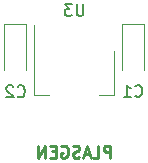
<source format=gbr>
G04 #@! TF.GenerationSoftware,KiCad,Pcbnew,(5.1.4)-1*
G04 #@! TF.CreationDate,2020-02-29T18:51:57+01:00*
G04 #@! TF.ProjectId,PLA_C64,504c415f-4336-4342-9e6b-696361645f70,rev?*
G04 #@! TF.SameCoordinates,Original*
G04 #@! TF.FileFunction,Legend,Bot*
G04 #@! TF.FilePolarity,Positive*
%FSLAX46Y46*%
G04 Gerber Fmt 4.6, Leading zero omitted, Abs format (unit mm)*
G04 Created by KiCad (PCBNEW (5.1.4)-1) date 2020-02-29 18:51:57*
%MOMM*%
%LPD*%
G04 APERTURE LIST*
%ADD10C,0.250000*%
%ADD11C,0.120000*%
%ADD12C,0.150000*%
G04 APERTURE END LIST*
D10*
X27365579Y-31148280D02*
X27365579Y-30148280D01*
X26984626Y-30148280D01*
X26889388Y-30195900D01*
X26841769Y-30243519D01*
X26794150Y-30338757D01*
X26794150Y-30481614D01*
X26841769Y-30576852D01*
X26889388Y-30624471D01*
X26984626Y-30672090D01*
X27365579Y-30672090D01*
X25889388Y-31148280D02*
X26365579Y-31148280D01*
X26365579Y-30148280D01*
X25603674Y-30862566D02*
X25127483Y-30862566D01*
X25698912Y-31148280D02*
X25365579Y-30148280D01*
X25032245Y-31148280D01*
X24746531Y-31100661D02*
X24603674Y-31148280D01*
X24365579Y-31148280D01*
X24270340Y-31100661D01*
X24222721Y-31053042D01*
X24175102Y-30957804D01*
X24175102Y-30862566D01*
X24222721Y-30767328D01*
X24270340Y-30719709D01*
X24365579Y-30672090D01*
X24556055Y-30624471D01*
X24651293Y-30576852D01*
X24698912Y-30529233D01*
X24746531Y-30433995D01*
X24746531Y-30338757D01*
X24698912Y-30243519D01*
X24651293Y-30195900D01*
X24556055Y-30148280D01*
X24317960Y-30148280D01*
X24175102Y-30195900D01*
X23222721Y-30195900D02*
X23317960Y-30148280D01*
X23460817Y-30148280D01*
X23603674Y-30195900D01*
X23698912Y-30291138D01*
X23746531Y-30386376D01*
X23794150Y-30576852D01*
X23794150Y-30719709D01*
X23746531Y-30910185D01*
X23698912Y-31005423D01*
X23603674Y-31100661D01*
X23460817Y-31148280D01*
X23365579Y-31148280D01*
X23222721Y-31100661D01*
X23175102Y-31053042D01*
X23175102Y-30719709D01*
X23365579Y-30719709D01*
X22746531Y-30624471D02*
X22413198Y-30624471D01*
X22270340Y-31148280D02*
X22746531Y-31148280D01*
X22746531Y-30148280D01*
X22270340Y-30148280D01*
X21841769Y-31148280D02*
X21841769Y-30148280D01*
X21270340Y-31148280D01*
X21270340Y-30148280D01*
D11*
X20885100Y-19877600D02*
X20885100Y-25887600D01*
X27705100Y-22127600D02*
X27705100Y-25887600D01*
X20885100Y-25887600D02*
X22145100Y-25887600D01*
X27705100Y-25887600D02*
X26445100Y-25887600D01*
X20256800Y-19851500D02*
X20256800Y-23761500D01*
X18386800Y-19851500D02*
X20256800Y-19851500D01*
X18386800Y-23761500D02*
X18386800Y-19851500D01*
X30228800Y-19851500D02*
X30228800Y-23761500D01*
X28358800Y-19851500D02*
X30228800Y-19851500D01*
X28358800Y-23761500D02*
X28358800Y-19851500D01*
D12*
X25087484Y-18154400D02*
X25087484Y-18963924D01*
X25039865Y-19059162D01*
X24992246Y-19106781D01*
X24897008Y-19154400D01*
X24706532Y-19154400D01*
X24611294Y-19106781D01*
X24563675Y-19059162D01*
X24516056Y-18963924D01*
X24516056Y-18154400D01*
X24135103Y-18154400D02*
X23516056Y-18154400D01*
X23849389Y-18535353D01*
X23706532Y-18535353D01*
X23611294Y-18582972D01*
X23563675Y-18630591D01*
X23516056Y-18725829D01*
X23516056Y-18963924D01*
X23563675Y-19059162D01*
X23611294Y-19106781D01*
X23706532Y-19154400D01*
X23992246Y-19154400D01*
X24087484Y-19106781D01*
X24135103Y-19059162D01*
X19518946Y-25942562D02*
X19566565Y-25990181D01*
X19709422Y-26037800D01*
X19804660Y-26037800D01*
X19947518Y-25990181D01*
X20042756Y-25894943D01*
X20090375Y-25799705D01*
X20137994Y-25609229D01*
X20137994Y-25466372D01*
X20090375Y-25275896D01*
X20042756Y-25180658D01*
X19947518Y-25085420D01*
X19804660Y-25037800D01*
X19709422Y-25037800D01*
X19566565Y-25085420D01*
X19518946Y-25133039D01*
X19137994Y-25133039D02*
X19090375Y-25085420D01*
X18995137Y-25037800D01*
X18757041Y-25037800D01*
X18661803Y-25085420D01*
X18614184Y-25133039D01*
X18566565Y-25228277D01*
X18566565Y-25323515D01*
X18614184Y-25466372D01*
X19185613Y-26037800D01*
X18566565Y-26037800D01*
X29468086Y-25901922D02*
X29515705Y-25949541D01*
X29658562Y-25997160D01*
X29753800Y-25997160D01*
X29896658Y-25949541D01*
X29991896Y-25854303D01*
X30039515Y-25759065D01*
X30087134Y-25568589D01*
X30087134Y-25425732D01*
X30039515Y-25235256D01*
X29991896Y-25140018D01*
X29896658Y-25044780D01*
X29753800Y-24997160D01*
X29658562Y-24997160D01*
X29515705Y-25044780D01*
X29468086Y-25092399D01*
X28515705Y-25997160D02*
X29087134Y-25997160D01*
X28801420Y-25997160D02*
X28801420Y-24997160D01*
X28896658Y-25140018D01*
X28991896Y-25235256D01*
X29087134Y-25282875D01*
M02*

</source>
